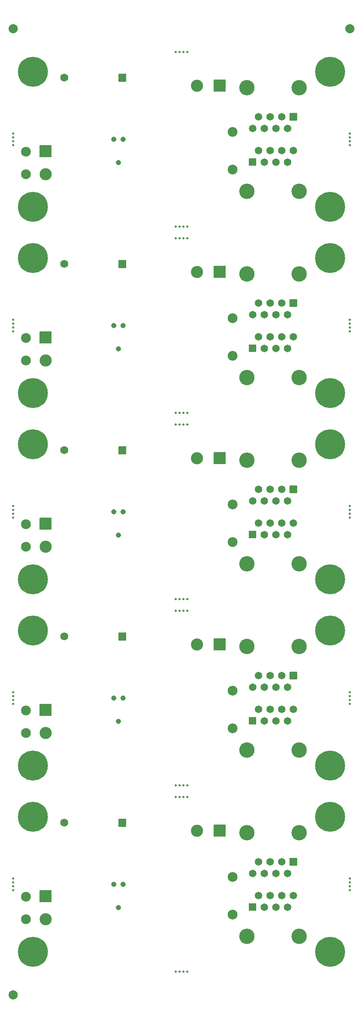
<source format=gbs>
G04 #@! TF.GenerationSoftware,KiCad,Pcbnew,6.0.2+dfsg-1*
G04 #@! TF.CreationDate,2024-05-29T15:43:08-06:00*
G04 #@! TF.ProjectId,mss-crossover-array,6d73732d-6372-46f7-9373-6f7665722d61,rev?*
G04 #@! TF.SameCoordinates,Original*
G04 #@! TF.FileFunction,Soldermask,Bot*
G04 #@! TF.FilePolarity,Negative*
%FSLAX46Y46*%
G04 Gerber Fmt 4.6, Leading zero omitted, Abs format (unit mm)*
G04 Created by KiCad (PCBNEW 6.0.2+dfsg-1) date 2024-05-29 15:43:08*
%MOMM*%
%LPD*%
G01*
G04 APERTURE LIST*
%ADD10C,0.500000*%
%ADD11C,3.352400*%
%ADD12C,1.652400*%
%ADD13C,6.552400*%
%ADD14C,1.143000*%
%ADD15C,2.652400*%
%ADD16C,1.728000*%
%ADD17C,2.000000*%
%ADD18C,2.152400*%
G04 APERTURE END LIST*
D10*
X149770000Y-147000000D03*
X185330000Y-167320000D03*
X185330000Y-207960000D03*
D11*
X162815500Y-35387000D03*
X174245500Y-35387000D03*
G36*
G01*
X173801700Y-40987000D02*
X173801700Y-42487000D01*
G75*
G02*
X173725500Y-42563200I-76200J0D01*
G01*
X172225500Y-42563200D01*
G75*
G02*
X172149300Y-42487000I0J76200D01*
G01*
X172149300Y-40987000D01*
G75*
G02*
X172225500Y-40910800I76200J0D01*
G01*
X173725500Y-40910800D01*
G75*
G02*
X173801700Y-40987000I0J-76200D01*
G01*
G37*
D12*
X171705500Y-44277000D03*
X170435500Y-41737000D03*
X169165500Y-44277000D03*
X167895500Y-41737000D03*
X166625500Y-44277000D03*
X165355500Y-41737000D03*
X164085500Y-44277000D03*
D10*
X147230000Y-65720000D03*
X147230000Y-147000000D03*
D13*
X115988000Y-102042000D03*
D10*
X185330000Y-88580000D03*
D14*
X134657000Y-133030000D03*
X133641000Y-127950000D03*
X135673000Y-127950000D03*
D10*
X185330000Y-168166666D03*
G36*
G01*
X117486000Y-47923800D02*
X119986000Y-47923800D01*
G75*
G02*
X120062200Y-48000000I0J-76200D01*
G01*
X120062200Y-50500000D01*
G75*
G02*
X119986000Y-50576200I-76200J0D01*
G01*
X117486000Y-50576200D01*
G75*
G02*
X117409800Y-50500000I0J76200D01*
G01*
X117409800Y-48000000D01*
G75*
G02*
X117486000Y-47923800I76200J0D01*
G01*
G37*
D15*
X118736000Y-54250000D03*
G36*
G01*
X158168200Y-74330000D02*
X158168200Y-76830000D01*
G75*
G02*
X158092000Y-76906200I-76200J0D01*
G01*
X155592000Y-76906200D01*
G75*
G02*
X155515800Y-76830000I0J76200D01*
G01*
X155515800Y-74330000D01*
G75*
G02*
X155592000Y-74253800I76200J0D01*
G01*
X158092000Y-74253800D01*
G75*
G02*
X158168200Y-74330000I0J-76200D01*
G01*
G37*
X151842000Y-75580000D03*
G36*
G01*
X136410000Y-195006000D02*
X136410000Y-196530000D01*
G75*
G02*
X136308000Y-196632000I-102000J0D01*
G01*
X134784000Y-196632000D01*
G75*
G02*
X134682000Y-196530000I0J102000D01*
G01*
X134682000Y-195006000D01*
G75*
G02*
X134784000Y-194904000I102000J0D01*
G01*
X136308000Y-194904000D01*
G75*
G02*
X136410000Y-195006000I0J-102000D01*
G01*
G37*
D16*
X122846000Y-195768000D03*
D10*
X148076667Y-108900000D03*
X147230000Y-187640000D03*
G36*
G01*
X136410000Y-154366000D02*
X136410000Y-155890000D01*
G75*
G02*
X136308000Y-155992000I-102000J0D01*
G01*
X134784000Y-155992000D01*
G75*
G02*
X134682000Y-155890000I0J102000D01*
G01*
X134682000Y-154366000D01*
G75*
G02*
X134784000Y-154264000I102000J0D01*
G01*
X136308000Y-154264000D01*
G75*
G02*
X136410000Y-154366000I0J-102000D01*
G01*
G37*
D16*
X122846000Y-155128000D03*
D10*
X185330000Y-209653333D03*
X148923333Y-108900000D03*
X147230000Y-106360000D03*
X111670000Y-169860000D03*
X149770000Y-68260000D03*
X185330000Y-127526666D03*
X148076667Y-190180000D03*
X111670000Y-168166666D03*
X147230000Y-190180000D03*
D11*
X174245500Y-157307000D03*
X162815500Y-157307000D03*
G36*
G01*
X173801700Y-162907000D02*
X173801700Y-164407000D01*
G75*
G02*
X173725500Y-164483200I-76200J0D01*
G01*
X172225500Y-164483200D01*
G75*
G02*
X172149300Y-164407000I0J76200D01*
G01*
X172149300Y-162907000D01*
G75*
G02*
X172225500Y-162830800I76200J0D01*
G01*
X173725500Y-162830800D01*
G75*
G02*
X173801700Y-162907000I0J-76200D01*
G01*
G37*
D12*
X171705500Y-166197000D03*
X170435500Y-163657000D03*
X169165500Y-166197000D03*
X167895500Y-163657000D03*
X166625500Y-166197000D03*
X165355500Y-163657000D03*
X164085500Y-166197000D03*
D14*
X134657000Y-51750000D03*
X135673000Y-46670000D03*
X133641000Y-46670000D03*
D10*
X149770000Y-65720000D03*
X111670000Y-47940000D03*
X148076667Y-228280000D03*
D14*
X133641000Y-168590000D03*
X135673000Y-168590000D03*
X134657000Y-173670000D03*
D10*
X111670000Y-127526666D03*
X148923333Y-27620000D03*
X147230000Y-108900000D03*
X185330000Y-126680000D03*
X185330000Y-45400000D03*
X185330000Y-86886666D03*
X185330000Y-47940000D03*
X111670000Y-207960000D03*
D11*
X162815500Y-116667000D03*
X174245500Y-116667000D03*
G36*
G01*
X173801700Y-122267000D02*
X173801700Y-123767000D01*
G75*
G02*
X173725500Y-123843200I-76200J0D01*
G01*
X172225500Y-123843200D01*
G75*
G02*
X172149300Y-123767000I0J76200D01*
G01*
X172149300Y-122267000D01*
G75*
G02*
X172225500Y-122190800I76200J0D01*
G01*
X173725500Y-122190800D01*
G75*
G02*
X173801700Y-122267000I0J-76200D01*
G01*
G37*
D12*
X171705500Y-125557000D03*
X170435500Y-123017000D03*
X169165500Y-125557000D03*
X167895500Y-123017000D03*
X166625500Y-125557000D03*
X165355500Y-123017000D03*
X164085500Y-125557000D03*
D10*
X148076667Y-68260000D03*
G36*
G01*
X136410000Y-73086000D02*
X136410000Y-74610000D01*
G75*
G02*
X136308000Y-74712000I-102000J0D01*
G01*
X134784000Y-74712000D01*
G75*
G02*
X134682000Y-74610000I0J102000D01*
G01*
X134682000Y-73086000D01*
G75*
G02*
X134784000Y-72984000I102000J0D01*
G01*
X136308000Y-72984000D01*
G75*
G02*
X136410000Y-73086000I0J-102000D01*
G01*
G37*
D16*
X122846000Y-73848000D03*
G36*
G01*
X117486000Y-210483800D02*
X119986000Y-210483800D01*
G75*
G02*
X120062200Y-210560000I0J-76200D01*
G01*
X120062200Y-213060000D01*
G75*
G02*
X119986000Y-213136200I-76200J0D01*
G01*
X117486000Y-213136200D01*
G75*
G02*
X117409800Y-213060000I0J76200D01*
G01*
X117409800Y-210560000D01*
G75*
G02*
X117486000Y-210483800I76200J0D01*
G01*
G37*
D15*
X118736000Y-216810000D03*
D13*
X181012000Y-61402000D03*
D10*
X149770000Y-228280000D03*
X148923333Y-65720000D03*
D11*
X174245500Y-76027000D03*
X162815500Y-76027000D03*
G36*
G01*
X173801700Y-81627000D02*
X173801700Y-83127000D01*
G75*
G02*
X173725500Y-83203200I-76200J0D01*
G01*
X172225500Y-83203200D01*
G75*
G02*
X172149300Y-83127000I0J76200D01*
G01*
X172149300Y-81627000D01*
G75*
G02*
X172225500Y-81550800I76200J0D01*
G01*
X173725500Y-81550800D01*
G75*
G02*
X173801700Y-81627000I0J-76200D01*
G01*
G37*
D12*
X171705500Y-84917000D03*
X170435500Y-82377000D03*
X169165500Y-84917000D03*
X167895500Y-82377000D03*
X166625500Y-84917000D03*
X165355500Y-82377000D03*
X164085500Y-84917000D03*
D10*
X185330000Y-128373333D03*
X148923333Y-147000000D03*
X111670000Y-46246667D03*
X147230000Y-68260000D03*
G36*
G01*
X158168200Y-155610000D02*
X158168200Y-158110000D01*
G75*
G02*
X158092000Y-158186200I-76200J0D01*
G01*
X155592000Y-158186200D01*
G75*
G02*
X155515800Y-158110000I0J76200D01*
G01*
X155515800Y-155610000D01*
G75*
G02*
X155592000Y-155533800I76200J0D01*
G01*
X158092000Y-155533800D01*
G75*
G02*
X158168200Y-155610000I0J-76200D01*
G01*
G37*
D15*
X151842000Y-156860000D03*
D10*
X111670000Y-128373333D03*
X148076667Y-27620000D03*
D11*
X162759500Y-139233000D03*
X174189500Y-139233000D03*
G36*
G01*
X163203300Y-133633000D02*
X163203300Y-132133000D01*
G75*
G02*
X163279500Y-132056800I76200J0D01*
G01*
X164779500Y-132056800D01*
G75*
G02*
X164855700Y-132133000I0J-76200D01*
G01*
X164855700Y-133633000D01*
G75*
G02*
X164779500Y-133709200I-76200J0D01*
G01*
X163279500Y-133709200D01*
G75*
G02*
X163203300Y-133633000I0J76200D01*
G01*
G37*
D12*
X165299500Y-130343000D03*
X166569500Y-132883000D03*
X167839500Y-130343000D03*
X169109500Y-132883000D03*
X170379500Y-130343000D03*
X171649500Y-132883000D03*
X172919500Y-130343000D03*
D14*
X133641000Y-87310000D03*
X135673000Y-87310000D03*
X134657000Y-92390000D03*
D10*
X149770000Y-106360000D03*
X149770000Y-190180000D03*
X148076667Y-106360000D03*
G36*
G01*
X136410000Y-32446000D02*
X136410000Y-33970000D01*
G75*
G02*
X136308000Y-34072000I-102000J0D01*
G01*
X134784000Y-34072000D01*
G75*
G02*
X134682000Y-33970000I0J102000D01*
G01*
X134682000Y-32446000D01*
G75*
G02*
X134784000Y-32344000I102000J0D01*
G01*
X136308000Y-32344000D01*
G75*
G02*
X136410000Y-32446000I0J-102000D01*
G01*
G37*
D16*
X122846000Y-33208000D03*
G36*
G01*
X117486000Y-129203800D02*
X119986000Y-129203800D01*
G75*
G02*
X120062200Y-129280000I0J-76200D01*
G01*
X120062200Y-131780000D01*
G75*
G02*
X119986000Y-131856200I-76200J0D01*
G01*
X117486000Y-131856200D01*
G75*
G02*
X117409800Y-131780000I0J76200D01*
G01*
X117409800Y-129280000D01*
G75*
G02*
X117486000Y-129203800I76200J0D01*
G01*
G37*
D15*
X118736000Y-135530000D03*
D13*
X181012000Y-113218000D03*
X115988000Y-223962000D03*
D11*
X174189500Y-179873000D03*
X162759500Y-179873000D03*
G36*
G01*
X163203300Y-174273000D02*
X163203300Y-172773000D01*
G75*
G02*
X163279500Y-172696800I76200J0D01*
G01*
X164779500Y-172696800D01*
G75*
G02*
X164855700Y-172773000I0J-76200D01*
G01*
X164855700Y-174273000D01*
G75*
G02*
X164779500Y-174349200I-76200J0D01*
G01*
X163279500Y-174349200D01*
G75*
G02*
X163203300Y-174273000I0J76200D01*
G01*
G37*
D12*
X165299500Y-170983000D03*
X166569500Y-173523000D03*
X167839500Y-170983000D03*
X169109500Y-173523000D03*
X170379500Y-170983000D03*
X171649500Y-173523000D03*
X172919500Y-170983000D03*
D10*
X111670000Y-86886666D03*
X147230000Y-27620000D03*
X111670000Y-169013333D03*
X149770000Y-187640000D03*
X111670000Y-167320000D03*
G36*
G01*
X117486000Y-169843800D02*
X119986000Y-169843800D01*
G75*
G02*
X120062200Y-169920000I0J-76200D01*
G01*
X120062200Y-172420000D01*
G75*
G02*
X119986000Y-172496200I-76200J0D01*
G01*
X117486000Y-172496200D01*
G75*
G02*
X117409800Y-172420000I0J76200D01*
G01*
X117409800Y-169920000D01*
G75*
G02*
X117486000Y-169843800I76200J0D01*
G01*
G37*
D15*
X118736000Y-176170000D03*
D13*
X115988000Y-153858000D03*
G36*
G01*
X158168200Y-196250000D02*
X158168200Y-198750000D01*
G75*
G02*
X158092000Y-198826200I-76200J0D01*
G01*
X155592000Y-198826200D01*
G75*
G02*
X155515800Y-198750000I0J76200D01*
G01*
X155515800Y-196250000D01*
G75*
G02*
X155592000Y-196173800I76200J0D01*
G01*
X158092000Y-196173800D01*
G75*
G02*
X158168200Y-196250000I0J-76200D01*
G01*
G37*
D15*
X151842000Y-197500000D03*
D10*
X148076667Y-65720000D03*
X185330000Y-210500000D03*
D13*
X181012000Y-142682000D03*
G36*
G01*
X136410000Y-113726000D02*
X136410000Y-115250000D01*
G75*
G02*
X136308000Y-115352000I-102000J0D01*
G01*
X134784000Y-115352000D01*
G75*
G02*
X134682000Y-115250000I0J102000D01*
G01*
X134682000Y-113726000D01*
G75*
G02*
X134784000Y-113624000I102000J0D01*
G01*
X136308000Y-113624000D01*
G75*
G02*
X136410000Y-113726000I0J-102000D01*
G01*
G37*
D16*
X122846000Y-114488000D03*
D10*
X149770000Y-108900000D03*
D11*
X174189500Y-98593000D03*
X162759500Y-98593000D03*
G36*
G01*
X163203300Y-92993000D02*
X163203300Y-91493000D01*
G75*
G02*
X163279500Y-91416800I76200J0D01*
G01*
X164779500Y-91416800D01*
G75*
G02*
X164855700Y-91493000I0J-76200D01*
G01*
X164855700Y-92993000D01*
G75*
G02*
X164779500Y-93069200I-76200J0D01*
G01*
X163279500Y-93069200D01*
G75*
G02*
X163203300Y-92993000I0J76200D01*
G01*
G37*
D12*
X165299500Y-89703000D03*
X166569500Y-92243000D03*
X167839500Y-89703000D03*
X169109500Y-92243000D03*
X170379500Y-89703000D03*
X171649500Y-92243000D03*
X172919500Y-89703000D03*
D13*
X115988000Y-183322000D03*
D10*
X111670000Y-87733333D03*
X111670000Y-208806666D03*
X149770000Y-27620000D03*
D13*
X115988000Y-142682000D03*
D11*
X174189500Y-57953000D03*
X162759500Y-57953000D03*
G36*
G01*
X163203300Y-52353000D02*
X163203300Y-50853000D01*
G75*
G02*
X163279500Y-50776800I76200J0D01*
G01*
X164779500Y-50776800D01*
G75*
G02*
X164855700Y-50853000I0J-76200D01*
G01*
X164855700Y-52353000D01*
G75*
G02*
X164779500Y-52429200I-76200J0D01*
G01*
X163279500Y-52429200D01*
G75*
G02*
X163203300Y-52353000I0J76200D01*
G01*
G37*
D12*
X165299500Y-49063000D03*
X166569500Y-51603000D03*
X167839500Y-49063000D03*
X169109500Y-51603000D03*
X170379500Y-49063000D03*
X171649500Y-51603000D03*
X172919500Y-49063000D03*
D10*
X111670000Y-209653333D03*
D13*
X115988000Y-31938000D03*
D10*
X185330000Y-169013333D03*
X185330000Y-129220000D03*
X111670000Y-126680000D03*
X147230000Y-228280000D03*
D13*
X115988000Y-113218000D03*
X115988000Y-61402000D03*
D10*
X148923333Y-187640000D03*
X148923333Y-106360000D03*
X148076667Y-149540000D03*
D13*
X181012000Y-223962000D03*
D10*
X149770000Y-149540000D03*
X148923333Y-149540000D03*
X111670000Y-210500000D03*
X185330000Y-169860000D03*
D14*
X133641000Y-209230000D03*
X134657000Y-214310000D03*
X135673000Y-209230000D03*
D10*
X111670000Y-47093333D03*
D11*
X174189500Y-220513000D03*
X162759500Y-220513000D03*
G36*
G01*
X163203300Y-214913000D02*
X163203300Y-213413000D01*
G75*
G02*
X163279500Y-213336800I76200J0D01*
G01*
X164779500Y-213336800D01*
G75*
G02*
X164855700Y-213413000I0J-76200D01*
G01*
X164855700Y-214913000D01*
G75*
G02*
X164779500Y-214989200I-76200J0D01*
G01*
X163279500Y-214989200D01*
G75*
G02*
X163203300Y-214913000I0J76200D01*
G01*
G37*
D12*
X165299500Y-211623000D03*
X166569500Y-214163000D03*
X167839500Y-211623000D03*
X169109500Y-214163000D03*
X170379500Y-211623000D03*
X171649500Y-214163000D03*
X172919500Y-211623000D03*
D10*
X148923333Y-228280000D03*
X185330000Y-208806666D03*
D13*
X181012000Y-153858000D03*
D10*
X111670000Y-86040000D03*
D13*
X181012000Y-31938000D03*
D10*
X148076667Y-147000000D03*
X148923333Y-190180000D03*
X111670000Y-88580000D03*
G36*
G01*
X158168200Y-33690000D02*
X158168200Y-36190000D01*
G75*
G02*
X158092000Y-36266200I-76200J0D01*
G01*
X155592000Y-36266200D01*
G75*
G02*
X155515800Y-36190000I0J76200D01*
G01*
X155515800Y-33690000D01*
G75*
G02*
X155592000Y-33613800I76200J0D01*
G01*
X158092000Y-33613800D01*
G75*
G02*
X158168200Y-33690000I0J-76200D01*
G01*
G37*
D15*
X151842000Y-34940000D03*
D10*
X148923333Y-68260000D03*
X185330000Y-87733333D03*
X111670000Y-45400000D03*
X147230000Y-149540000D03*
D11*
X162815500Y-197947000D03*
X174245500Y-197947000D03*
G36*
G01*
X173801700Y-203547000D02*
X173801700Y-205047000D01*
G75*
G02*
X173725500Y-205123200I-76200J0D01*
G01*
X172225500Y-205123200D01*
G75*
G02*
X172149300Y-205047000I0J76200D01*
G01*
X172149300Y-203547000D01*
G75*
G02*
X172225500Y-203470800I76200J0D01*
G01*
X173725500Y-203470800D01*
G75*
G02*
X173801700Y-203547000I0J-76200D01*
G01*
G37*
D12*
X171705500Y-206837000D03*
X170435500Y-204297000D03*
X169165500Y-206837000D03*
X167895500Y-204297000D03*
X166625500Y-206837000D03*
X165355500Y-204297000D03*
X164085500Y-206837000D03*
D10*
X185330000Y-46246667D03*
G36*
G01*
X158168200Y-114970000D02*
X158168200Y-117470000D01*
G75*
G02*
X158092000Y-117546200I-76200J0D01*
G01*
X155592000Y-117546200D01*
G75*
G02*
X155515800Y-117470000I0J76200D01*
G01*
X155515800Y-114970000D01*
G75*
G02*
X155592000Y-114893800I76200J0D01*
G01*
X158092000Y-114893800D01*
G75*
G02*
X158168200Y-114970000I0J-76200D01*
G01*
G37*
D15*
X151842000Y-116220000D03*
G36*
G01*
X117486000Y-88563800D02*
X119986000Y-88563800D01*
G75*
G02*
X120062200Y-88640000I0J-76200D01*
G01*
X120062200Y-91140000D01*
G75*
G02*
X119986000Y-91216200I-76200J0D01*
G01*
X117486000Y-91216200D01*
G75*
G02*
X117409800Y-91140000I0J76200D01*
G01*
X117409800Y-88640000D01*
G75*
G02*
X117486000Y-88563800I76200J0D01*
G01*
G37*
X118736000Y-94890000D03*
D10*
X185330000Y-47093333D03*
X185330000Y-86040000D03*
D13*
X181012000Y-72578000D03*
X115988000Y-72578000D03*
D10*
X148076667Y-187640000D03*
D13*
X181012000Y-183322000D03*
X181012000Y-102042000D03*
X115988000Y-194498000D03*
D10*
X111670000Y-129220000D03*
D13*
X181012000Y-194498000D03*
D17*
X185330000Y-22540000D03*
D18*
X114464000Y-94930000D03*
X114464000Y-176210000D03*
X159676000Y-93914000D03*
D17*
X111670000Y-233360000D03*
X111670000Y-22540000D03*
D18*
X114464000Y-89977000D03*
X159676000Y-126299000D03*
X114464000Y-49337000D03*
X159676000Y-215834000D03*
X114464000Y-216850000D03*
X114464000Y-130617000D03*
X159676000Y-207579000D03*
X159676000Y-85659000D03*
X114464000Y-54290000D03*
X114464000Y-211897000D03*
X159676000Y-45019000D03*
X114464000Y-171257000D03*
X159676000Y-134554000D03*
X114464000Y-135570000D03*
X159676000Y-53274000D03*
X159676000Y-175194000D03*
X159676000Y-166939000D03*
M02*

</source>
